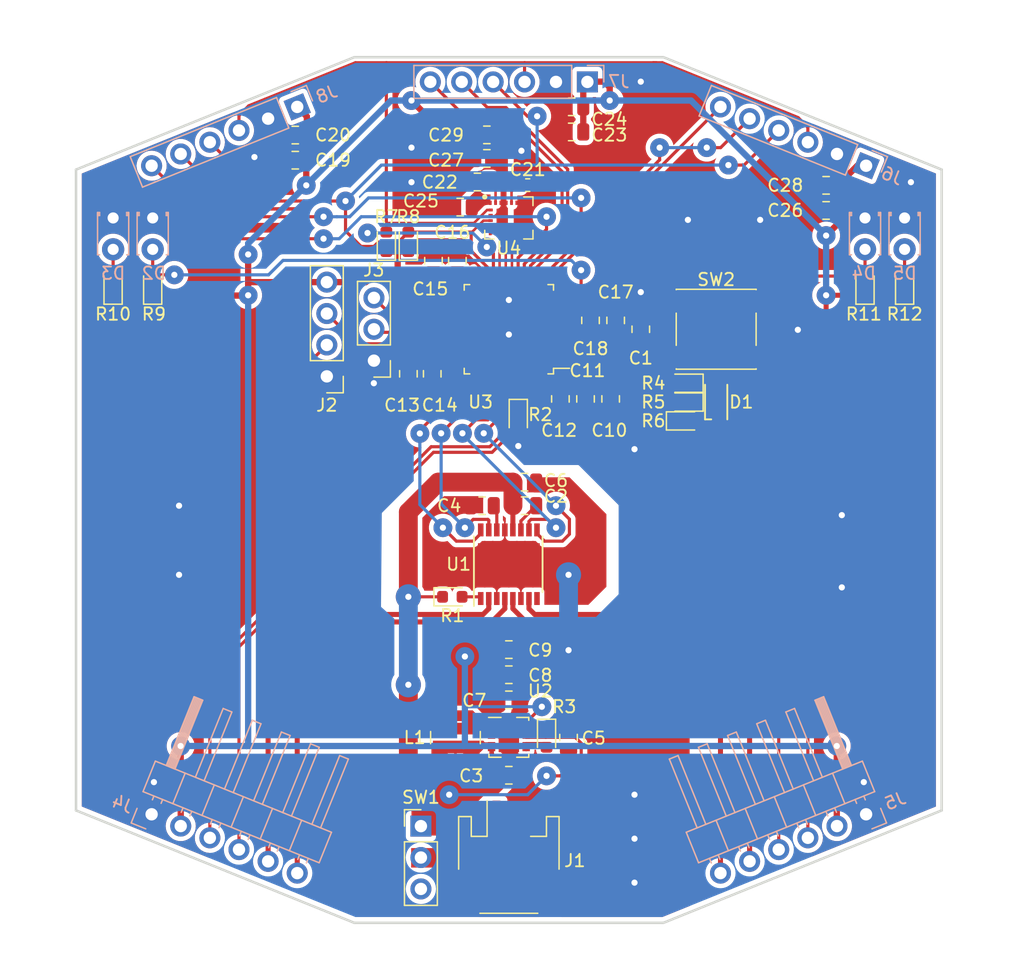
<source format=kicad_pcb>
(kicad_pcb (version 20221018) (generator pcbnew)
  (layers (0 "F.Cu" signal) (31 "B.Cu" signal) (34 "B.Paste" user) (35 "F.Paste" user) (36 "B.SilkS" user "B.Silkscreen") (37 "F.SilkS" user "F.Silkscreen") (38 "B.Mask" user) (39 "F.Mask" user) (44 "Edge.Cuts" user))
  (net 0 "")
  (net 1 "GND")
  (net 2 "/RST")
  (net 3 "Net-(C2-Pad2)")
  (net 4 "+3V8")
  (net 5 "Net-(C4-Pad1)")
  (net 6 "Net-(C5-Pad1)")
  (net 7 "+3V3")
  (net 8 "Net-(C10-Pad1)")
  (net 9 "Net-(C21-Pad1)")
  (net 10 "Net-(C22-Pad1)")
  (net 11 "Net-(D1-Pad3)")
  (net 12 "Net-(D1-Pad4)")
  (net 13 "/left_ir")
  (net 14 "Net-(D3-Pad2)")
  (net 15 "/right_ir")
  (net 16 "Net-(D5-Pad2)")
  (net 17 "Net-(J1-Pad1)")
  (net 18 "/SWDIO")
  (net 19 "/SWCLK")
  (net 20 "/TX")
  (net 21 "/RX")
  (net 22 "/left_mot_out1")
  (net 23 "/left_mot_out2")
  (net 24 "/left_enc_a")
  (net 25 "/left_enc_b")
  (net 26 "/right_mot_out1")
  (net 27 "/right_mot_out2")
  (net 28 "/right_enc_a")
  (net 29 "/right_enc_b")
  (net 30 "/left_rst")
  (net 31 "/left_irq")
  (net 32 "/SDA")
  (net 33 "/SCL")
  (net 34 "/center_rst")
  (net 35 "/center_irq")
  (net 36 "/right_rst")
  (net 37 "/right_irq")
  (net 38 "Net-(L1-Pad2)")
  (net 39 "Net-(L1-Pad1)")
  (net 40 "Net-(R1-Pad2)")
  (net 41 "/BOOT0")
  (net 42 "/LED_B")
  (net 43 "/LED_G")
  (net 44 "/LED_R")
  (net 45 "Net-(SW1-Pad3)")
  (net 46 "/left_mot_in1")
  (net 47 "/left_mot_in2")
  (net 48 "/right_mot_in2")
  (net 49 "/right_mot_in1")
  (net 50 "Net-(U1-Pad8)")
  (net 51 "Net-(U3-Pad33)")
  (net 52 "Net-(U3-Pad32)")
  (net 53 "Net-(U3-Pad29)")
  (net 54 "Net-(U3-Pad28)")
  (net 55 "Net-(U3-Pad27)")
  (net 56 "Net-(U3-Pad26)")
  (net 57 "/LSM_INT_M")
  (net 58 "/LSM_INT1")
  (net 59 "/LSM_INT2")
  (net 60 "Net-(U3-Pad6)")
  (net 61 "Net-(U3-Pad5)")
  (net 62 "Net-(U4-Pad13)")
  (net 63 "Net-(D1-Pad1)")
  (net 64 "Net-(U3-Pad25)")
  (net 65 "Net-(U4-Pad9)")
  (footprint "Capacitor_SMD:C_0805_2012Metric" (layer "F.Cu") (at 153.67 98.806)
    (fp_text reference "C2")
    (fp_text value "0.01u")
  )
  (footprint "Capacitor_SMD:C_0805_2012Metric" (layer "F.Cu") (at 150.241 98.806 180)
    (fp_text reference "C4")
    (fp_text value "2.2u")
  )
  (footprint "Capacitor_SMD:C_0805_2012Metric" (layer "F.Cu") (at 153.67 96.901)
    (fp_text reference "C6")
    (fp_text value "10u")
  )
  (footprint "Capacitor_SMD:C_0805_2012Metric" (layer "F.Cu") (at 160.632 90.17 -90)
    (fp_text reference "C10")
    (fp_text value "100n")
  )
  (footprint "Capacitor_SMD:C_0805_2012Metric" (layer "F.Cu") (at 158.6 90.17 -90)
    (fp_text reference "C11")
    (fp_text value "10u")
  )
  (footprint "Capacitor_SMD:C_0805_2012Metric" (layer "F.Cu") (at 156.568 90.17 -90)
    (fp_text reference "C12")
    (fp_text value "100n")
  )
  (footprint "Capacitor_SMD:C_0805_2012Metric" (layer "F.Cu") (at 144.276 88.138 90)
    (fp_text reference "C13")
    (fp_text value "10u")
  )
  (footprint "Capacitor_SMD:C_0805_2012Metric" (layer "F.Cu") (at 146.204 88.138 90)
    (fp_text reference "C14")
    (fp_text value "100n")
  )
  (footprint "Capacitor_SMD:C_0805_2012Metric" (layer "F.Cu") (at 146.304 78.994 90)
    (fp_text reference "C15")
    (fp_text value "10u")
  )
  (footprint "Capacitor_SMD:C_0805_2012Metric" (layer "F.Cu") (at 148.236 78.994 90)
    (fp_text reference "C16")
    (fp_text value "100n")
  )
  (footprint "Capacitor_SMD:C_0805_2012Metric" (layer "F.Cu") (at 161.036 83.82 -90)
    (fp_text reference "C17")
    (fp_text value "10u")
  )
  (footprint "Capacitor_SMD:C_0805_2012Metric" (layer "F.Cu") (at 159.004 83.82 -90)
    (fp_text reference "C18")
    (fp_text value "100n")
  )
  (footprint "Capacitor_SMD:C_0805_2012Metric" (layer "F.Cu") (at 135.128 70.866 180)
    (fp_text reference "C19")
    (fp_text value "10u")
  )
  (footprint "Capacitor_SMD:C_0603_1608Metric" (layer "F.Cu") (at 153.924 72.882)
    (fp_text reference "C21")
    (fp_text value "10n")
  )
  (footprint "Capacitor_SMD:C_0805_2012Metric" (layer "F.Cu") (at 149.86 72.628 180)
    (fp_text reference "C22")
    (fp_text value "100n")
  )
  (footprint "Capacitor_SMD:C_0805_2012Metric" (layer "F.Cu") (at 157.48 68.58 180)
    (fp_text reference "C23")
    (fp_text value "10u")
  )
  (footprint "Capacitor_SMD:C_0805_2012Metric" (layer "F.Cu") (at 157.48 66.548 180)
    (fp_text reference "C24")
    (fp_text value "100n")
  )
  (footprint "Capacitor_SMD:C_0805_2012Metric" (layer "F.Cu") (at 148.463 74.66 180)
    (fp_text reference "C25")
    (fp_text value "100n")
  )
  (footprint "Capacitor_SMD:C_0805_2012Metric" (layer "F.Cu") (at 178.054 74.93 180)
    (fp_text reference "C26")
    (fp_text value "10u")
  )
  (footprint "Capacitor_SMD:C_0805_2012Metric" (layer "F.Cu") (at 150.622 70.723 180)
    (fp_text reference "C27")
    (fp_text value "100n")
  )
  (footprint "Capacitor_SMD:C_0805_2012Metric" (layer "F.Cu") (at 178.054 72.898 180)
    (fp_text reference "C28")
    (fp_text value "100n")
  )
  (footprint "Capacitor_SMD:C_0805_2012Metric" (layer "F.Cu") (at 150.622 68.818 180)
    (fp_text reference "C29")
    (fp_text value "10u")
  )
  (footprint "Connector_PinHeader_2.54mm:PinHeader_1x04_P2.54mm_Vertical" (layer "F.Cu") (at 137.68 88.346 180)
    (fp_text reference "J2")
    (fp_text value "SWD")
  )
  (footprint "Connector_PinHeader_2.54mm:PinHeader_1x03_P2.54mm_Vertical" (layer "F.Cu") (at 141.49 87.076 180)
    (fp_text reference "J3")
    (fp_text value "USART")
  )
  (footprint "LED_SMD:LED_0603_1608Metric" (layer "F.Cu") (at 147.828 106.172)
    (fp_text reference "R1")
    (fp_text value "10k")
  )
  (footprint "LED_SMD:LED_0603_1608Metric" (layer "F.Cu") (at 166.624 88.9 180)
    (fp_text reference "R4")
    (fp_text value "1k")
  )
  (footprint "LED_SMD:LED_0603_1608Metric" (layer "F.Cu") (at 166.624 90.424 180)
    (fp_text reference "R5")
    (fp_text value "1k")
  )
  (footprint "LED_SMD:LED_0603_1608Metric" (layer "F.Cu") (at 166.624 91.948)
    (fp_text reference "R6")
    (fp_text value "1k")
  )
  (footprint "LED_SMD:LED_0603_1608Metric" (layer "F.Cu") (at 142.494 77.47 90)
    (fp_text reference "R7")
    (fp_text value "10k")
  )
  (footprint "LED_SMD:LED_0603_1608Metric" (layer "F.Cu") (at 144.272 77.47 90)
    (fp_text reference "R8")
    (fp_text value "10k")
  )
  (footprint "LED_SMD:LED_0603_1608Metric" (layer "F.Cu") (at 123.6 81.026 90)
    (fp_text reference "R9")
    (fp_text value "1M")
  )
  (footprint "LED_SMD:LED_0603_1608Metric" (layer "F.Cu") (at 120.396 81.026 90)
    (fp_text reference "R10")
    (fp_text value "150")
  )
  (footprint "LED_SMD:LED_0603_1608Metric" (layer "F.Cu") (at 181.2 81.026 90)
    (fp_text reference "R11")
    (fp_text value "1M")
  )
  (footprint "LED_SMD:LED_0603_1608Metric" (layer "F.Cu") (at 184.404 81.026 90)
    (fp_text reference "R12")
    (fp_text value "150")
  )
  (footprint "Connector_PinHeader_2.54mm:PinHeader_1x03_P2.54mm_Vertical" (layer "F.Cu") (at 145.288 124.714)
    (fp_text reference "SW1")
    (fp_text value "PWR_SW")
  )
  (footprint "Button_Switch_SMD:SW_Push_1P1T_NO_6x6mm_H9.5mm" (layer "F.Cu") (at 169.164 84.536 180)
    (fp_text reference "SW2")
    (fp_text value "RST_SW")
  )
  (footprint "Package_SO:HTSSOP-16-1EP_4.4x5mm_P0.65mm_EP3.4x5mm_Mask2.46x2.31mm_ThermalVias" (layer "F.Cu") (at 152.4 103.536 90)
    (fp_text reference "U1")
    (fp_text value "DRV8833PWP")
  )
  (footprint "Package_QFP:LQFP-48_7x7mm_P0.5mm" (layer "F.Cu") (at 152.4 84.536 180)
    (fp_text reference "U3")
    (fp_text value "STM32F103CBTx")
  )
  (footprint "Package_LGA:LGA-24L_3x3.5mm_P0.43mm" (layer "F.Cu") (at 152.4 75.536)
    (fp_text reference "U4")
    (fp_text value "LSM9DS1")
  )
  (footprint "Connector_JST:JST_PH_S2B-PH-SM4-TB_1x02-1MP_P2.00mm_Horizontal" (layer "F.Cu") (at 152.4 127.254)
    (fp_text reference "J1")
    (fp_text value "Batt_In")
  )
  (footprint "layout:LED_RGB_0606" (layer "F.Cu") (at 169.164 90.424 90)
    (fp_text reference "D1")
    (fp_text value "LED_RABG")
  )
  (footprint "Capacitor_SMD:C_0805_2012Metric" (layer "F.Cu") (at 152.4 110.442)
    (fp_text reference "C9")
    (fp_text value "100n")
  )
  (footprint "Capacitor_SMD:C_0805_2012Metric" (layer "F.Cu") (at 152.4 112.474)
    (fp_text reference "C8")
    (fp_text value "10u")
  )
  (footprint "Capacitor_SMD:C_0805_2012Metric" (layer "F.Cu") (at 152.4 114.506)
    (fp_text reference "C7")
    (fp_text value "10u")
  )
  (footprint "Capacitor_SMD:C_0805_2012Metric" (layer "F.Cu") (at 157.226 117.554 90)
    (fp_text reference "C5")
    (fp_text value "100n")
  )
  (footprint "Capacitor_SMD:C_0805_2012Metric" (layer "F.Cu") (at 152.4 120.602)
    (fp_text reference "C3")
    (fp_text value "10u")
  )
  (footprint "Package_SON:Texas_DRC0010J_ThermalVias" (layer "F.Cu") (at 152.4 117.536)
    (fp_text reference "U2")
    (fp_text value "TPS63001")
  )
  (footprint "LED_SMD:LED_0603_1608Metric" (layer "F.Cu") (at 155.448 117.554 -90)
    (fp_text reference "R3")
    (fp_text value "150")
  )
  (footprint "Inductor_SMD:L_Coilcraft_LPS4018" (layer "F.Cu") (at 148.082 117.554 90)
    (fp_text reference "L1")
    (fp_text value "2.2u")
  )
  (footprint "Capacitor_SMD:C_0805_2012Metric" (layer "F.Cu") (at 163.068 84.536 90)
    (fp_text reference "C1")
    (fp_text value "100n")
  )
  (footprint "Capacitor_SMD:C_0805_2012Metric" (layer "F.Cu") (at 135.128 68.834 180)
    (fp_text reference "C20")
    (fp_text value "100n")
  )
  (footprint "LED_SMD:LED_0603_1608Metric" (layer "F.Cu") (at 153.162 91.694 -90)
    (fp_text reference "R2")
    (fp_text value "100k")
  )
  (footprint "LED_THT:LED_D1.8mm_W3.3mm_H2.4mm" (layer "B.Cu") (at 123.6 75.536 -90)
    (fp_text reference "D2")
    (fp_text value "D_Photo")
  )
  (footprint "LED_THT:LED_D1.8mm_W3.3mm_H2.4mm" (layer "B.Cu") (at 120.4 75.536 -90)
    (fp_text reference "D3")
    (fp_text value "LED_IR")
  )
  (footprint "Connector_PinHeader_2.54mm:PinHeader_1x06_P2.54mm_Horizontal" (layer "B.Cu") (at 123.512 123.758 -112)
    (fp_text reference "J4")
    (fp_text value "left_mot")
  )
  (footprint "Connector_PinHeader_2.54mm:PinHeader_1x06_P2.54mm_Horizontal" (layer "B.Cu") (at 181.288 123.758 112)
    (fp_text reference "J5")
    (fp_text value "right_mot")
  )
  (footprint "Connector_PinSocket_2.54mm:PinSocket_1x06_P2.54mm_Vertical" (layer "B.Cu") (at 181.288 71.314 68)
    (fp_text reference "J6")
    (fp_text value "right_VL53")
  )
  (footprint "Connector_PinSocket_2.54mm:PinSocket_1x06_P2.54mm_Vertical" (layer "B.Cu") (at 158.75 64.536 90)
    (fp_text reference "J7")
    (fp_text value "center_VL53")
  )
  (footprint "Connector_PinSocket_2.54mm:PinSocket_1x06_P2.54mm_Vertical" (layer "B.Cu") (at 135.287 66.557 112)
    (fp_text reference "J8")
    (fp_text value "left_VL53")
  )
  (footprint "LED_THT:LED_D1.8mm_W3.3mm_H2.4mm" (layer "B.Cu") (at 184.4 75.536 -90)
    (fp_text reference "D5")
    (fp_text value "LED_IR")
  )
  (footprint "LED_THT:LED_D1.8mm_W3.3mm_H2.4mm" (layer "B.Cu") (at 181.2 75.536 -90)
    (fp_text reference "D4")
    (fp_text value "D_Photo")
  )
  (gr_line (start 187.4 71.627) (end 187.4 123.445) (stroke (width 0.2032)) (layer "Edge.Cuts"))
  (gr_line (start 164.9 62.536) (end 187.4 71.627) (stroke (width 0.2032)) (layer "Edge.Cuts"))
  (gr_line (start 117.4 71.627) (end 139.9 62.536) (stroke (width 0.2032)) (layer "Edge.Cuts"))
  (gr_line (start 139.9 62.536) (end 164.9 62.536) (stroke (width 0.2032)) (layer "Edge.Cuts"))
  (gr_line (start 187.4 123.445) (end 164.9 132.536) (stroke (width 0.2032)) (layer "Edge.Cuts"))
  (gr_line (start 164.9 132.536) (end 139.9 132.536) (stroke (width 0.2032)) (layer "Edge.Cuts"))
  (gr_line (start 139.9 132.536) (end 117.4 123.445) (stroke (width 0.2032)) (layer "Edge.Cuts"))
  (gr_line (start 117.4 123.445) (end 117.4 71.627) (stroke (width 0.2032)) (layer "Edge.Cuts"))
  (segment (start 150.15 80.3735) (end 150.15 79.60605) (width 0.2032) (layer "F.Cu") (net 1))
  (segment (start 154.7115 72.882) (end 154.7115 71.3995) (width 0.2032) (layer "F.Cu") (net 1))
  (segment (start 150.15 80.3735) (end 150.15 81.211) (width 0.254) (layer "F.Cu") (net 1))
  (segment (start 155.8845 90.424) (end 156.568 91.1075) (width 0.2032) (layer "F.Cu") (net 1))
  (segment (start 155.538 90.424) (end 155.8845 90.424) (width 0.2032) (layer "F.Cu") (net 1))
  (segment (start 153.3375 110.442) (end 157.178 110.442) (width 1.524) (layer "F.Cu") (net 1))
  (segment (start 154.7115 71.3995) (end 153.416 70.104) (width 0.2032) (layer "F.Cu") (net 1))
  (segment (start 151.32237 82.169) (end 152.4 82.169) (width 0.254) (layer "F.Cu") (net 1))
  (segment (start 148.792237 78.612737) (end 148.236 78.0565) (width 0.2032) (layer "F.Cu") (net 1))
  (segment (start 150.15 81.211) (end 151.108 82.169) (width 0.254) (layer "F.Cu") (net 1))
  (segment (start 150.15 79.60605) (end 149.156687 78.612737) (width 0.2032) (layer "F.Cu") (net 1))
  (segment (start 153.162 92.4815) (end 153.162 93.98) (width 0.254) (layer "F.Cu") (net 1))
  (segment (start 156.5625 83.786) (end 153.577 83.786) (width 0.254) (layer "F.Cu") (net 1))
  (segment (start 149.156687 78.612737) (end 148.792237 78.612737) (width 0.2032) (layer "F.Cu") (net 1))
  (segment (start 153.577 83.786) (end 152.4 84.963) (width 0.254) (layer "F.Cu") (net 1))
  (segment (start 146.6185 86.786) (end 146.204 87.2005) (width 0.254) (layer "F.Cu") (net 1))
  (segment (start 151.108 82.169) (end 151.32237 82.169) (width 0.254) (layer "F.Cu") (net 1))
  (segment (start 154.65 88.6985) (end 154.65 89.536) (width 0.2032) (layer "F.Cu") (net 1))
  (segment (start 152.9 117.036) (end 152.4 117.536) (width 0.2032) (layer "F.Cu") (net 1))
  (segment (start 148.2375 86.786) (end 146.6185 86.786) (width 0.254) (layer "F.Cu") (net 1))
  (segment (start 154.65 89.536) (end 155.538 90.424) (width 0.2032) (layer "F.Cu") (net 1))
  (segment (start 157.178 110.442) (end 157.226 110.49) (width 1.524) (layer "F.Cu") (net 1))
  (via (at 153.162 93.98) (size 1.524) (drill 0.5) (layers "F.Cu" "B.Cu") (net 1))
  (via (at 162.56 125.73) (size 1.524) (drill 0.5) (layers "F.Cu" "B.Cu") (net 1))
  (via (at 179.324 99.568) (size 1.524) (drill 0.5) (layers "F.Cu" "B.Cu") (net 1))
  (via (at 166.878 75.692) (size 1.524) (drill 0.5) (layers "F.Cu" "B.Cu") (net 1))
  (via (at 144.526 72.644) (size 1.524) (drill 0.5) (layers "F.Cu" "B.Cu") (net 1))
  (via (at 125.73 104.394) (size 1.524) (drill 0.5) (layers "F.Cu" "B.Cu") (net 1))
  (via (at 125.73 98.806) (size 1.524) (drill 0.5) (layers "F.Cu" "B.Cu") (net 1))
  (via (at 163.068 81.534) (size 1.524) (drill 0.5) (layers "F.Cu" "B.Cu") (net 1))
  (via (at 162.56 129.286) (size 1.524) (drill 0.5) (layers "F.Cu" "B.Cu") (net 1))
  (via (at 184.912 72.644) (size 1.524) (drill 0.5) (layers "F.Cu" "B.Cu") (net 1))
  (via (at 152.4 84.963) (size 1.524) (drill 0.5) (layers "F.Cu" "B.Cu") (net 1))
  (via (at 153.416 70.104) (size 1.524) (drill 0.5) (layers "F.Cu" "B.Cu") (net 1))
  (via (at 179.324 105.41) (size 1.524) (drill 0.5) (layers "F.Cu" "B.Cu") (net 1))
  (via (at 163.068 64.516) (size 1.524) (drill 0.5) (layers "F.Cu" "B.Cu") (net 1))
  (via (at 175.768 84.582) (size 1.524) (drill 0.5) (layers "F.Cu" "B.Cu") (net 1))
  (via (at 123.698 121.158) (size 1.524) (drill 0.5) (layers "F.Cu" "B.Cu") (net 1))
  (via (at 157.226 104.394) (size 2.032) (drill 0.5) (layers "F.Cu" "B.Cu") (net 1))
  (via (at 181.102 121.158) (size 1.524) (drill 0.5) (layers "F.Cu" "B.Cu") (net 1))
  (via (at 162.56 94.234) (size 1.524) (drill 0.5) (layers "F.Cu" "B.Cu") (net 1))
  (via (at 144.526 69.85) (size 1.524) (drill 0.5) (layers "F.Cu" "B.Cu") (net 1))
  (via (at 162.56 122.174) (size 1.524) (drill 0.5) (layers "F.Cu" "B.Cu") (net 1))
  (via (at 131.826 70.612) (size 1.524) (drill 0.5) (layers "F.Cu" "B.Cu") (net 1))
  (via (at 141.482 88.9) (size 1.524) (drill 0.5) (layers "F.Cu" "B.Cu") (net 1))
  (via (at 172.72 75.692) (size 1.524) (drill 0.5) (layers "F.Cu" "B.Cu") (net 1))
  (via (at 152.4 82.169) (size 1.524) (drill 0.5) (layers "F.Cu" "B.Cu") (net 1))
  (via (at 157.226 110.49) (size 2.032) (drill 0.5) (layers "F.Cu" "B.Cu") (net 1))
  (segment (start 157.226 110.49) (end 157.226 104.394) (width 1.524) (layer "B.Cu") (net 1))
  (segment (start 157.97887 84.86487) (end 157.97887 85.236888) (width 0.254) (layer "F.Cu") (net 2))
  (segment (start 157.4 84.286) (end 157.97887 84.86487) (width 0.254) (layer "F.Cu") (net 2))
  (segment (start 165.064 86.786) (end 165.189 86.786) (width 0.254) (layer "F.Cu") (net 2))
  (segment (start 158.623982 85.882) (end 163.7584 85.882) (width 0.254) (layer "F.Cu") (net 2))
  (segment (start 156.5625 84.286) (end 157.4 84.286) (width 0.254) (layer "F.Cu") (net 2))
  (segment (start 164.16 85.882) (end 165.064 86.786) (width 0.254) (layer "F.Cu") (net 2))
  (segment (start 163.068 85.4735) (end 163.3499 85.4735) (width 0.254) (layer "F.Cu") (net 2))
  (segment (start 165.189 86.786) (end 173.139 86.786) (width 0.254) (layer "F.Cu") (net 2))
  (segment (start 163.3499 85.4735) (end 163.7584 85.882) (width 0.254) (layer "F.Cu") (net 2))
  (segment (start 163.7584 85.882) (end 164.16 85.882) (width 0.254) (layer "F.Cu") (net 2))
  (segment (start 157.97887 85.236888) (end 158.623982 85.882) (width 0.254) (layer "F.Cu") (net 2))
  (segment (start 153.375 100.0385) (end 154.6075 98.806) (width 0.254) (layer "F.Cu") (net 3))
  (segment (start 153.375 100.761) (end 153.375 100.0385) (width 0.254) (layer "F.Cu") (net 3))
  (segment (start 158.25113 118.970888) (end 156.572018 120.65) (width 0.254) (layer "F.Cu") (net 4))
  (segment (start 152.725 100.761) (end 152.725 98.8135) (width 0.4064) (layer "F.Cu") (net 4))
  (segment (start 155.448 116.7665) (end 155.448 117.47) (width 0.254) (layer "F.Cu") (net 4))
  (segment (start 157.775018 117.536) (end 158.25113 118.012112) (width 0.254) (layer "F.Cu") (net 4))
  (segment (start 153.8 117.536) (end 155.382 117.536) (width 0.254) (layer "F.Cu") (net 4))
  (segment (start 146.685 96.901) (end 152.7325 96.901) (width 1.524) (layer "F.Cu") (net 4))
  (segment (start 152.7325 96.901) (end 152.7325 98.806) (width 1.524) (layer "F.Cu") (net 4))
  (segment (start 152.725 98.8135) (end 152.7325 98.806) (width 0.4064) (layer "F.Cu") (net 4))
  (segment (start 158.25113 118.012112) (end 158.25113 118.970888) (width 0.254) (layer "F.Cu") (net 4))
  (segment (start 144.272 106.172) (end 144.272 99.314) (width 1.524) (layer "F.Cu") (net 4))
  (segment (start 147.574 122.174) (end 146.812001 121.412001) (width 1.524) (layer "F.Cu") (net 4))
  (segment (start 145.948401 121.412001) (end 144.272 119.7356) (width 1.524) (layer "F.Cu") (net 4))
  (segment (start 144.272 119.7356) (end 144.272 113.284) (width 1.524) (layer "F.Cu") (net 4))
  (segment (start 156.572018 120.65) (end 156.52563 120.65) (width 0.254) (layer "F.Cu") (net 4))
  (segment (start 156.52563 120.65) (end 155.448 120.65) (width 0.254) (layer "F.Cu") (net 4))
  (segment (start 146.812001 121.412001) (end 145.948401 121.412001) (width 1.524) (layer "F.Cu") (net 4))
  (segment (start 155.382 117.536) (end 157.775018 117.536) (width 0.254) (layer "F.Cu") (net 4))
  (segment (start 144.272 99.314) (end 146.685 96.901) (width 1.524) (layer "F.Cu") (net 4))
  (segment (start 144.272 106.172) (end 147.0405 106.172) (width 0.254) (layer "F.Cu") (net 4))
  (segment (start 155.448 117.47) (end 155.382 117.536) (width 0.254) (layer "F.Cu") (net 4))
  (segment (start 144.272 106.172) (end 143.764 106.172) (width 0.2032) (layer "F.Cu") (net 4))
  (via (at 144.272 106.172) (size 2.032) (drill 0.5) (layers "F.Cu" "B.Cu") (net 4))
  (via (at 155.448 120.65) (size 1.524) (drill 0.5) (layers "F.Cu" "B.Cu") (net 4))
  (via (at 147.574 122.174) (size 1.524) (drill 0.5) (layers "F.Cu" "B.Cu") (net 4))
  (via (at 144.272 113.284) (size 2.032) (drill 0.5) (layers "F.Cu" "B.Cu") (net 4))
  (segment (start 153.924 122.174) (end 155.448 120.65) (width 0.254) (layer "B.Cu") (net 4))
  (segment (start 147.574 122.174) (end 153.924 122.174) (width 0.254) (layer "B.Cu") (net 4))
  (segment (start 144.272 113.284) (end 144.272 106.172) (width 1.524) (layer "B.Cu") (net 4))
  (segment (start 151.425 100.761) (end 151.425 99.0525) (width 0.254) (layer "F.Cu") (net 5))
  (segment (start 151.425 99.0525) (end 151.1785 98.806) (width 0.254) (layer "F.Cu") (net 5))
  (segment (start 155.1425 118.036) (end 155.448 118.3415) (width 0.254) (layer "F.Cu") (net 6))
  (segment (start 153.8 118.036) (end 155.1425 118.036) (width 0.254) (layer "F.Cu") (net 6))
  (segment (start 157.076 118.3415) (end 157.226 118.4915) (width 0.254) (layer "F.Cu") (net 6))
  (segment (start 155.448 118.3415) (end 157.076 118.3415) (width 0.254) (layer "F.Cu") (net 6))
  (segment (start 153.8 118.036) (end 153.8 118.536) (width 0.254) (layer "F.Cu") (net 6))
  (segment (start 178.054 76.962) (end 178.054 76.962) (width 0.4064) (layer "F.Cu") (net 7))
  (segment (start 178.054 81.788) (end 181.1745 81.788) (width 0.4064) (layer "F.Cu") (net 7))
  (segment (start 125.857 118.237) (end 125.857 118.237) (width 0.508) (layer "F.Cu") (net 7))
  (segment (start 148.844 110.998) (end 148.844 110.998) (width 0.4064) (layer "F.Cu") (net 7))
  (segment (start 178.9176 118.237) (end 178.9176 124.694148) (width 0.508) (layer "F.Cu") (net 7))
  (segment (start 149.65 80.3735) (end 149.65 83.3052) (width 0.254) (layer "F.Cu") (net 7))
  (segment (start 153.8 116.329) (end 155.067 115.062) (width 0.254) (layer "F.Cu") (net 7))
  (segment (start 178.9915 74.93) (end 178.9915 76.0245) (width 0.508) (layer "F.Cu") (net 7))
  (segment (start 178.054 81.788) (end 178.054 81.788) (width 0.4064) (layer "F.Cu") (net 7))
  (segment (start 147.3985 89.0755) (end 146.204 89.0755) (width 0.254) (layer "F.Cu") (net 7))
  (segment (start 158.4175 66.548) (end 158.4175 64.8685) (width 0.508) (layer "F.Cu") (net 7))
  (segment (start 125.857 124.699454) (end 125.867047 124.709501) (width 0.4064) (layer "F.Cu") (net 7))
  (segment (start 158.4175 64.8685) (end 158.75 64.536) (width 0.508) (layer "F.Cu") (net 7))
  (segment (start 131.364 80.726) (end 131.318 80.772) (width 0.508) (layer "F.Cu") (net 7))
  (segment (start 156.5625 83.286) (end 158.6005 83.286) (width 0.254) (layer "F.Cu") (net 7))
  (segment (start 158.4175 68.58) (end 158.4175 66.548) (width 0.508) (layer "F.Cu") (net 7))
  (segment (start 131.318 80.772) (end 131.318 81.788) (width 0.508) (layer "F.Cu") (net 7))
  (segment (start 151.20737 67.66587) (end 146.15187 67.66587) (width 0.508) (layer "F.Cu") (net 7))
  (segment (start 153.8 116.536) (end 153.8 116.329) (width 0.254) (layer "F.Cu") (net 7))
  (segment (start 143.4085 78.2575) (end 143.4085 79.8575) (width 0.508) (layer "F.Cu") (net 7))
  (segment (start 155.15 87.861) (end 154 86.711) (width 0.254) (layer "F.Cu") (net 7))
  (segment (start 143.4085 79.8575) (end 143.3345 79.9315) (width 0.508) (layer "F.Cu") (net 7))
  (segment (start 120.396 81.8135) (end 123.6 81.8135) (width 0.4064) (layer "F.Cu") (net 7))
  (segment (start 146.15187 67.66587) (end 146.05 67.564) (width 0.508) (layer "F.Cu") (net 7))
  (segment (start 148.678 80.3735) (end 148.236 79.9315) (width 0.254) (layer "F.Cu") (net 7))
  (segment (start 154.9508 115.062) (end 155.067 115.062) (width 0.2032) (layer "F.Cu") (net 7))
  (segment (start 181.288 71.314) (end 180.5755 71.314) (width 0.508) (layer "F.Cu") (net 7))
  (segment (start 151.5595 68.018) (end 151.20737 67.66587) (width 0.508) (layer "F.Cu") (net 7))
  (segment (start 149.075 87.286) (end 148.2375 87.286) (width 0.254) (layer "F.Cu") (net 7))
  (segment (start 159.004 82.8825) (end 161.036 82.8825) (width 0.254) (layer "F.Cu") (net 7))
  (segment (start 178.9176 124.694148) (end 178.932953 124.709501) (width 0.508) (layer "F.Cu") (net 7))
  (segment (start 136.0655 68.834) (end 136.0655 67.3355) (width 0.508) (layer "F.Cu") (net 7))
  (segment (start 158.77 64.516) (end 158.75 64.536) (width 0.508) (layer "F.Cu") (net 7))
  (segment (start 145.504 79.9315) (end 146.304 79.9315) (width 0.508) (layer "F.Cu") (net 7))
  (segment (start 136.0655 67.3355) (end 135.287 66.557) (width 0.508) (layer "F.Cu") (net 7))
  (segment (start 160.107031 64.516) (end 158.77 64.516) (width 0.508) (layer "F.Cu") (net 7))
  (segment (start 180.5755 71.314) (end 178.9915 72.898) (width 0.508) (layer "F.Cu") (net 7))
  (segment (start 178.054 87.376) (end 178.054 81.788) (width 0.4064) (layer "F.Cu") (net 7))
  (segment (start 149.4 110.442) (end 148.844 110.998) (width 0.4064) (layer "F.Cu") (net 7))
  (segment (start 158.6005 83.286) (end 159.004 82.8825) (width 0.254) (layer "F.Cu") (net 7))
  (segment (start 178.9176 118.237) (end 178.9176 118.237) (width 0.508) (layer "F.Cu") (net 7))
  (segment (start 125.867047 118.247047) (end 125.857 118.237) (width 0.508) (layer "F.Cu") (net 7))
  (segment (start 156.568 89.2325) (end 155.684 89.2325) (width 0.254) (layer "F.Cu") (net 7))
  (segment (start 123.6 81.8135) (end 131.2925 81.8135) (width 0.508) (layer "F.Cu") (net 7))
  (segment (start 141.62736 79.9315) (end 143.3345 79.9315) (width 0.508) (layer "F.Cu") (net 7))
  (segment (start 148.2375 88.2365) (end 147.3985 89.0755) (width 0.254) (layer "F.Cu") (net 7))
  (segment (start 146.05 67.564) (end 144.526 66.04) (width 0.508) (layer "F.Cu") (net 7))
  (segment (start 149.65 86.711) (end 149.075 87.286) (width 0.254) (layer "F.Cu") (net 7))
  (segment (start 131.2925 81.8135) (end 131.318 81.788) (width 0.508) (layer "F.Cu") (net 7))
  (segment (start 178.9915 76.0245) (end 178.054 76.962) (width 0.508) (layer "F.Cu") (net 7))
  (segment (start 160.553401 64.96237) (end 160.107031 64.516) (width 0.508) (layer "F.Cu") (net 7))
  (segment (start 137.68 80.726) (end 140.83286 80.726) (width 0.508) (layer "F.Cu") (net 7))
  (segment (start 181.1745 81.788) (end 181.2 81.8135) (width 0.4064) (layer "F.Cu") (net 7))
  (segment (start 136.0655 68.834) (end 136.0655 70.866) (width 0.508) (layer "F.Cu") (net 7))
  (segment (start 149.65 83.3052) (end 149.65 86.711) (width 0.254) (layer "F.Cu") (net 7))
  (segment (start 151.4625 110.442) (end 149.4 110.442) (width 0.4064) (layer "F.Cu") (net 7))
  (segment (start 125.867047 124.709501) (end 125.867047 118.247047) (width 0.508) (layer "F.Cu") (net 7))
  (segment (start 178.9915 72.898) (end 178.9915 74.93) (width 0.508) (layer "F.Cu") (net 7))
  (segment (start 158.6 89.2325) (end 156.568 89.2325) (width 0.254) (layer "F.Cu") (net 7))
  (segment (start 160.553401 66.04) (end 160.553401 64.96237) (width 0.508) (layer "F.Cu") (net 7))
  (segment (start 143.4085 78.2575) (end 144.272 78.2575) (width 0.508) (layer "F.Cu") (net 7))
  (segment (start 144.276 89.0755) (end 146.204 89.0755) (width 0.254) (layer "F.Cu") (net 7))
  (segment (start 148.2375 87.286) (end 148.2375 88.2365) (width 0.254) (layer "F.Cu") (net 7))
  (segment (start 131.318 78.486) (end 131.318 80.772) (width 0.508) (layer "F.Cu") (net 7))
  (segment (start 184.404 81.8135) (end 181.2 81.8135) (width 0.4064) (layer "F.Cu") (net 7))
  (segment (start 142.494 78.2575) (end 143.4085 78.2575) (width 0.508) (layer "F.Cu") (net 7))
  (segment (start 143.3345 79.9315) (end 145.504 79.9315) (width 0.508) (layer "F.Cu") (net 7))
  (segment (start 137.68 80.726) (end 131.364 80.726) (width 0.508) (layer "F.Cu") (net 7))
  (segment (start 136.017 70.9145) (end 136.0655 70.866) (width 0.508) (layer "F.Cu") (net 7))
  (segment (start 155.684 89.2325) (end 155.15 88.6985) (width 0.254) (layer "F.Cu") (net 7))
  (segment (start 155.15 88.6985) (end 155.15 87.861) (width 0.254) (layer "F.Cu") (net 7))
  (segment (start 140.83286 80.726) (end 141.62736 79.9315) (width 0.508) (layer "F.Cu") (net 7))
  (segment (start 169.614 91.224) (end 174.206 91.224) (width 0.4064) (layer "F.Cu") (net 7))
  (segment (start 154 86.711) (end 149.65 86.711) (width 0.254) (layer "F.Cu") (net 7))
  (segment (start 156.5625 83.286) (end 149.6692 83.286) (width 0.254) (layer "F.Cu") (net 7))
  (segment (start 174.206 91.224) (end 178.054 87.376) (width 0.4064) (layer "F.Cu") (net 7))
  (segment (start 149.6692 83.286) (end 149.65 83.3052) (width 0.254) (layer "F.Cu") (net 7))
  (segment (start 136.017 72.898) (end 136.017 70.9145) (width 0.508) (layer "F.Cu") (net 7))
  (segment (start 146.304 79.9315) (end 148.236 79.9315) (width 0.508) (layer "F.Cu") (net 7))
  (segment (start 149.65 80.3735) (end 148.678 80.3735) (width 0.254) (layer "F.Cu") (net 7))
  (segment (start 151.5595 68.818) (end 151.5595 68.018) (width 0.508) (layer "F.Cu") (net 7))
  (via (at 136.017 72.898) (size 1.524) (drill 0.5) (layers "F.Cu" "B.Cu") (net 7))
  (via (at 144.526 66.04) (size 1.524) (drill 0.5) (layers "F.Cu" "B.Cu") (net 7))
  (via (at 178.054 76.962) (size 1.524) (drill 0.5) (layers "F.Cu" "B.Cu") (net 7))
  (via (at 131.318 81.788) (size 1.524) (drill 0.5) (layers "F.Cu" "B.Cu") (net 7))
  (via (at 178.054 81.788) (size 1.524) (drill 0.5) (layers "F.Cu" "B.Cu") (net 7))
  (via (at 148.844 110.998) (size 1.524) (drill 0.5) (layers "F.Cu" "B.Cu") (net 7))
  (via (at 160.553401 66.04) (size 1.524) (drill 0.5) (layers "F.Cu" "B.Cu") (net 7))
  (via (at 178.9176 118.237) (size 1.524) (drill 0.5) (layers "F.Cu" "B.Cu") (net 7))
  (via (at 131.318 78.486) (size 1.524) (drill 0.5) (layers "F.Cu" "B.Cu") (net 7))
  (via (at 125.857 118.237) (size 1.524) (drill 0.5) (layers "F.Cu" "B.Cu") (net 7))
  (via (at 155.067 115.062) (size 1.524) (drill 0.5) (layers "F.Cu" "B.Cu") (net 7))
  (segment (start 160.553401 66.04) (end 167.132 66.04) (width 0.508) (layer "B.Cu") (net 7))
  (segment (start 148.844 118.11) (end 148.717 118.237) (width 0.508) (layer "B.Cu") (net 7))
  (segment (start 148.844 110.998) (end 148.844 118.11) (width 0.508) (layer "B.Cu") (net 7))
  (segment (start 134.747 118.237) (end 148.717 118.237) (width 0.508) (layer "B.Cu") (net 7))
  (segment (start 178.689 118.237) (end 178.9176 118.237) (width 0.4064) (layer "B.Cu") (net 7))
  (segment (start 131.191 118.237) (end 131.445 118.237) (width 0.508) (layer "B.Cu") (net 7))
  (segment (start 125.857 118.237) (end 131.191 118.237) (width 0.508) (layer "B.Cu") (net 7))
  (segment (start 155.067 115.062) (end 148.844 115.062) (width 0.254) (layer "B.Cu") (net 7))
  (segment (start 148.717 118.237) (end 178.9176 118.237) (width 0.508) (layer "B.Cu") (net 7))
  (segment (start 131.445 118.237) (end 134.747 118.237) (width 0.508) (layer "B.Cu") (net 7))
  (segment (start 136.017 72.898) (end 131.318 77.597) (width 0.508) (layer "B.Cu") (net 7))
  (segment (start 142.875 66.04) (end 136.017 72.898) (width 0.508) (layer "B.Cu") (net 7))
  (segment (start 167.233599 66.141599) (end 178.054 76.962) (width 0.508) (layer "B.Cu") (net 7))
  (segment (start 178.054 76.962) (end 178.054 81.788) (width 0.508) (layer "B.Cu") (net 7))
  (segment (start 131.318 118.11) (end 131.191 118.237) (width 0.508) (layer "B.Cu") (net 7))
  (segment (start 167.132 66.04) (end 167.233599 66.141599) (width 0.508) (layer "B.Cu") (net 7))
  (segment (start 160.553401 66.04) (end 145.287999 66.040001) (width 0.508) (layer "B.Cu") (net 7))
  (segment (start 131.318 77.597) (end 131.318 78.486) (width 0.508) (layer "B.Cu") (net 7))
  (segment (start 131.318 81.788) (end 131.318 118.11) (width 0.508) (layer "B.Cu") (net 7))
  (segment (start 144.526 66.04) (end 142.875 66.04) (width 0.508) (layer "B.Cu") (net 7))
  (segment (start 159.7915 88.392) (end 160.632 89.2325) (width 0.254) (layer "F.Cu") (net 8))
  (segment (start 156.5625 87.286) (end 156.5625 87.9825) (width 0.254) (layer "F.Cu") (net 8))
  (segment (start 156.5625 87.9825) (end 156.972 88.392) (width 0.254) (layer "F.Cu") (net 8))
  (segment (start 156.972 88.392) (end 159.7915 88.392) (width 0.254) (layer "F.Cu") (net 8))
  (segment (start 152.615 73.4035) (end 153.1365 72.882) (width 0.2032) (layer "F.Cu") (net 9))
  (segment (start 152.615 74.311) (end 152.615 73.4035) (width 0.2032) (layer "F.Cu") (net 9))
  (segment (start 151.325 73.1555) (end 150.7975 72.628) (width 0.2032) (layer "F.Cu") (net 10))
  (segment (start 151.325 74.311) (end 151.325 73.1555) (width 0.2032) (layer "F.Cu") (net 10))
  (segment (start 169.614 89.624) (end 169.614 89.288782) (width 0.254) (layer "F.Cu") (net 11))
  (segment (start 168.149121 88.898879) (end 168.148 88.9) (width 0.254) (layer "F.Cu") (net 11))
  (segment (start 168.148 88.9) (end 167.4115 88.9) (width 0.254) (layer "F.Cu") (net 11))
  (segment (start 169.614 89.288782) (end 169.224097 88.898879) (width 0.254) (layer "F.Cu") (net 11))
  (segment (start 169.224097 88.898879) (end 168.149121 88.898879) (width 0.254) (layer "F.Cu") (net 11))
  (segment (start 167.914 90.424) (end 168.714 89.624) (width 0.254) (layer "F.Cu") (net 12))
  (segment (start 167.4115 90.424) (end 167.914 90.424) (width 0.254) (layer "F.Cu") (net 12))
  (segment (start 125.349 80.137) (end 123.7015 80.137) (width 0.254) (layer "F.Cu") (net 13))
  (segment (start 123.6 78.076) (end 123.6 80.2385) (width 0.254) (layer "F.Cu") (net 13))
  (segment (start 158.242 81.444) (end 158.242 79.756) (width 0.254) (layer "F.Cu") (net 13))
  (segment (start 156.5625 82.286) (end 157.4 82.286) (width 0.254) (layer "F.Cu") (net 13))
  (segment (start 157.4 82.286) (end 158.242 81.444) (width 0.254) (layer "F.Cu") (net 13))
  (segment (start 123.7015 80.137) (end 123.6 80.2385) (width 0.254) (layer "F.Cu") (net 13))
  (via (at 125.349 80.137) (size 1.524) (drill 0.5) (layers "F.Cu" "B.Cu") (net 13))
  (via (at 158.242 79.756) (size 1.524) (drill 0.5) (layers "F.Cu" "B.Cu") (net 13))
  (segment (start 132.969 80.137) (end 125.349 80.137) (width 0.254) (layer "B.Cu") (net 13))
  (segment (start 157.455228 78.969228) (end 134.136772 78.969228) (width 0.254) (layer "B.Cu") (net 13))
  (segment (start 134.136772 78.969228) (end 132.969 80.137) (width 0.254) (layer "B.Cu") (net 13))
  (segment (start 158.242 79.756) (end 157.455228 78.969228) (width 0.254) (layer "B.Cu") (net 13))
  (segment (start 120.4 78.076) (end 120.4 80.2345) (width 0.254) (layer "F.Cu") (net 14))
  (segment (start 120.4 80.2345) (end 120.396 80.2385) (width 0.254) (layer "F.Cu") (net 14))
  (segment (start 181.2 78.076) (end 181.2 80.2385) (width 0.254) (layer "F.Cu") (net 15))
  (segment (start 160.143482 80.2385) (end 180.625 80.2385) (width 0.254) (layer "F.Cu") (net 15))
  (segment (start 156.5625 82.786) (end 157.595982 82.786) (width 0.254) (layer "F.Cu") (net 15))
  (segment (start 180.625 80.2385) (end 181.2 80.2385) (width 0.254) (layer "F.Cu") (net 15))
  (segment (start 157.595982 82.786) (end 160.143482 80.2385) (width 0.254) (layer "F.Cu") (net 15))
  (segment (start 184.4 78.076) (end 184.4 80.2345) (width 0.254) (layer "F.Cu") (net 16))
  (segment (start 184.4 80.2345) (end 184.404 80.2385) (width 0.254) (layer "F.Cu") (net 16))
  (segment (start 148.2375 86.286) (end 142.985218 86.286) (width 0.254) (layer "F.Cu") (net 18))
  (segment (start 142.985218 86.286) (end 142.410339 85.711121) (width 0.254) (layer "F.Cu") (net 18))
  (segment (start 140.125121 85.711121) (end 138.529999 84.115999) (width 0.254) (layer "F.Cu") (net 18))
  (segment (start 138.529999 84.115999) (end 137.68 83.266) (width 0.254) (layer "F.Cu") (net 18))
  (segment (start 142.410339 85.711121) (end 140.125121 85.711121) (width 0.254) (layer "F.Cu") (net 18))
  (segment (start 136.830001 86.655999) (end 137.68 85.806) (width 0.254) (layer "F.Cu") (net 19))
  (segment (start 136.504879 86.981121) (end 136.830001 86.655999) (width 0.254) (layer "F.Cu") (net 19))
  (segment (start 149.65 88.6985) (end 148.581809 88.6985) (width 0.254) (layer "F.Cu") (net 19))
  (segment (start 137.218782 90.17) (end 136.504879 89.456097) (width 0.254) (layer "F.Cu") (net 19))
  (segment (start 148.581809 88.6985) (end 147.110309 90.17) (width 0.254) (layer "F.Cu") (net 19))
  (segment (start 136.504879 89.456097) (end 136.504879 86.981121) (width 0.254) (layer "F.Cu") (net 19))
  (segment (start 147.110309 90.17) (end 137.218782 90.17) (width 0.254) (layer "F.Cu") (net 19))
  (segment (start 148.2375 84.286) (end 143.78 84.286) (width 0.254) (layer "F.Cu") (net 20))
  (segment (start 143.78 84.286) (end 141.49 81.996) (width 0.254) (layer "F.Cu") (net 20))
  (segment (start 141.74 84.786) (end 141.49 84.536) (width 0.254) (layer "F.Cu") (net 21))
  (segment (start 148.2375 84.786) (end 141.74 84.786) (width 0.254) (layer "F.Cu") (net 21))
  (segment (start 132.932188 126.361922) (end 132.932188 127.564003) (width 0.4064) (layer "F.Cu") (net 22))
  (segment (start 142.497595 107.599471) (end 132.932188 117.164878) (width 0.4064) (layer "F.Cu") (net 22))
  (segment (start 150.775 106.311) (end 150.775 107.133378) (width 0.4064) (layer "F.Cu") (net 22))
  (segment (start 150.308908 107.59947) (end 142.497595 107.599471) (width 0.4064) (layer "F.Cu") (net 22))
  (segment (start 150.775 107.133378) (end 150.308908 107.59947) (width 0.4064) (layer "F.Cu") (net 22))
  (segment (start 132.932188 117.164878) (end 132.932188 126.361922) (width 0.4064) (layer "F.Cu") (net 22))
  (segment (start 152.075 107.133378) (end 151.004378 108.204) (width 0.4064) (layer "F.Cu") (net 23))
  (segment (start 152.075 106.311) (end 152.075 107.133378) (width 0.4064) (layer "F.Cu") (net 23))
  (segment (start 151.004378 108.204) (end 142.748 108.204) (width 0.4064) (layer "F.Cu") (net 23))
  (segment (start 135.287235 128.515504) (end 135.287235 115.664765) (width 0.4064) (layer "F.Cu") (net 23))
  (segment (start 135.287235 115.664765) (end 142.748 108.204) (width 0.4064) (layer "F.Cu") (net 23))
  (segment (start 130.556 110.236) (end 130.577141 110.257141) (width 0.254) (layer "F.Cu") (net 24))
  (segment (start 130.577141 110.257141) (end 130.577141 126.612502) (width 0.254) (layer "F.Cu") (net 24))
  (segment (start 152.65 88.6985) (end 152.65 90.174334) (width 0.254) (layer "F.Cu") (net 24))
  (segment (start 151.04506 94.488) (end 146.304 94.488) (width 0.254) (layer "F.Cu") (net 24))
  (segment (start 152.65 90.174334) (end 152.36187 90.462464) (width 0.254) (layer "F.Cu") (net 24))
  (segment (start 146.304 94.488) (end 130.556 110.236) (width 0.254) (layer "F.Cu") (net 24))
  (segment (start 152.36187 90.462464) (end 152.36187 93.17119) (width 0.254) (layer "F.Cu") (net 24))
  (segment (start 152.36187 93.17119) (end 151.04506 94.488) (width 0.254) (layer "F.Cu") (net 24))
  (segment (start 146.116721 94.035871) (end 128.222094 111.930498) (width 0.254) (layer "F.Cu") (net 25))
  (segment (start 152.15 90.034926) (end 151.90974 90.275186) (width 0.254) (layer "F.Cu") (net 25))
  (segment (start 128.222094 124.45892) (end 128.222094 125.661001) (width 0.254) (layer "F.Cu") (net 25))
  (segment (start 151.90974 92.983912) (end 150.857782 94.03587) (width 0.254) (layer "F.Cu") (net 25))
  (segment (start 128.222094 111.930498) (end 128.222094 124.45892) (width 0.254) (layer "F.Cu") (net 25))
  (segment (start 151.90974 90.275186) (end 151.90974 92.983912) (width 0.254) (layer "F.Cu") (net 25))
  (segment (start 152.15 88.6985) (end 152.15 90.034926) (width 0.254) (layer "F.Cu") (net 25))
  (segment (start 150.857782 94.03587) (end 146.116721 94.035871) (width 0.254) (layer "F.Cu") (net 25))
  (segment (start 171.867812 126.361922) (end 171.867812 127.564003) (width 0.4064) (layer "F.Cu") (net 26))
  (segment (start 154.491092 107.59947) (end 162.302405 107.599471) (width 0.4064) (layer "F.Cu") (net 26))
  (segment (start 154.025 107.133378) (end 154.491092 107.59947) (width 0.4064) (layer "F.Cu") (net 26))
  (segment (start 154.025 106.311) (end 154.025 107.133378) (width 0.4064) (layer "F.Cu") (net 26))
  (segment (start 171.867812 117.164878) (end 171.867812 126.361922) (width 0.4064) (layer "F.Cu") (net 26))
  (segment (start 162.302405 107.599471) (end 171.867812 117.164878) (width 0.4064) (layer "F.Cu") (net 26))
  (segment (start 162.052 108.204) (end 169.512765 115.664765) (width 0.4064) (layer "F.Cu") (net 27))
  (segment (start 169.512765 115.664765) (end 169.512765 128.515504) (width 0.4064) (layer "F.Cu") (net 27))
  (segment (start 153.795622 108.204) (end 162.052 108.204) (width 0.4064) (layer "F.Cu") (net 27))
  (segment (start 152.725 107.133378) (end 153.795622 108.204) (width 0.4064) (layer "F.Cu") (net 27))
  (segment (start 152.725 106.311) (end 152.725 107.133378) (width 0.4064) (layer "F.Cu") (net 27))
  (segment (start 158.496 94.488) (end 174.244 110.236) (width 0.254) (layer "F.Cu") (net 28))
  (segment (start 153.96647 93.17553) (end 155.27894 94.488) (width 0.254) (layer "F.Cu") (net 28))
  (segment (start 155.27894 94.488) (end 158.496 94.488) (width 0.254) (layer "F.Cu") (net 28))
  (segment (start 174.244 110.236) (end 174.222859 110.257141) (width 0.254) (layer "F.Cu") (net 28))
  (segment (start 174.222859 110.257141) (end 174.222859 126.612502) (width 0.254) (layer "F.Cu") (net 28))
  (segment (start 153.65 90.150334) (end 153.96647 90.466804) (width 0.254) (layer "F.Cu") (net 28))
  (segment (start 153.96647 90.466804) (end 153.96647 93.17553) (width 0.254) (layer "F.Cu") (net 28))
  (segment (start 153.65 88.6985) (end 153.65 90.150334) (width 0.254) (layer "F.Cu") (net 28))
  (segment (start 176.577906 124.45892) (end 176.577906 125.661001) (width 0.254) (layer "F.Cu") (net 29))
  (segment (start 154.15 90.010926) (end 154.4186 90.279526) (width 0.254) (layer "F.Cu") (net 29))
  (segment (start 154.432 93.001652) (end 155.466218 94.03587) (width 0.254) (layer "F.Cu") (net 29))
  (segment (start 176.577906 111.930498) (end 176.577906 124.45892) (width 0.254) (layer "F.Cu") (net 29))
  (segment (start 154.15 88.6985) (end 154.15 90.010926) (width 0.254) (layer "F.Cu") (net 29))
  (segment (start 158.683279 94.035871) (end 176.577906 111.930498) (width 0.254) (layer "F.Cu") (net 29))
  (segment (start 155.466218 94.03587) (end 158.683279 94.035871) (width 0.254) (layer "F.Cu") (net 29))
  (segment (start 154.432 92.964) (end 154.432 93.001652) (width 0.254) (layer "F.Cu") (net 29))
  (segment (start 154.4186 90.279526) (end 154.4186 92.9506) (width 0.254) (layer "F.Cu") (net 29))
  (segment (start 154.4186 92.9506) (end 154.432 92.964) (width 0.254) (layer "F.Cu") (net 29))
  (segment (start 155.448 76.454) (end 153.15 78.752) (width 0.254) (layer "F.Cu") (net 30))
  (segment (start 129.413261 77.216) (end 137.414 77.216) (width 0.254) (layer "F.Cu") (net 30))
  (segment (start 123.511765 71.314504) (end 129.413261 77.216) (width 0.254) (layer "F.Cu") (net 30))
  (segment (start 153.15 78.752) (end 153.15 79.536) (width 0.254) (layer "F.Cu") (net 30))
  (segment (start 153.15 79.536) (end 153.15 80.3735) (width 0.254) (layer "F.Cu") (net 30))
  (segment (start 155.448 75.438) (end 155.448 76.454) (width 0.254) (layer "F.Cu") (net 30))
  (via (at 137.414 77.216) (size 1.524) (drill 0.5) (layers "F.Cu" "B.Cu") (net 30))
  (via (at 155.448 75.438) (size 1.524) (drill 0.5) (layers "F.Cu" "B.Cu") (net 30))
  (segment (start 138.684 77.216) (end 137.414 77.216) (width 0.254) (layer "B.Cu") (net 30))
  (segment (start 140.462 75.438) (end 138.684 77.216) (width 0.254) (layer "B.Cu") (net 30))
  (segment (start 155.448 75.438) (end 140.462 75.438) (width 0.254) (layer "B.Cu") (net 30))
  (segment (start 154.65 80.3735) (end 154.65 79.536) (width 0.254) (layer "F.Cu") (net 31))
  (segment (start 158.242 75.944) (end 158.242 74.99163) (width 0.254) (layer "F.Cu") (net 31))
  (segment (start 125.866812 70.363003) (end 130.941809 75.438) (width 0.254) (layer "F.Cu") (net 31))
  (segment (start 154.65 79.536) (end 158.242 75.944) (width 0.254) (layer "F.Cu") (net 31))
  (segment (start 158.242 74.99163) (end 158.242 73.914) (width 0.254) (layer "F.Cu") (net 31))
  (segment (start 130.941809 75.438) (end 137.414 75.438) (width 0.254) (layer "F.Cu") (net 31))
  (via (at 137.414 75.438) (size 1.524) (drill 0.5) (layers "F.Cu" "B.Cu") (net 31))
  (via (at 158.242 73.914) (size 1.524) (drill 0.5) (layers "F.Cu" "B.Cu") (net 31))
  (segment (start 139.53094 75.438) (end 138.49163 75.438) (width 0.254) (layer "B.Cu") (net 31))
  (segment (start 158.242 73.914) (end 141.05494 73.914) (width 0.254) (layer "B.Cu") (net 31))
  (segment (start 138.49163 75.438) (end 137.414 75.438) (width 0.254) (layer "B.Cu") (net 31))
  (segment (start 141.05494 73.914) (end 139.53094 75.438) (width 0.254) (layer "B.Cu") (net 31))
  (segment (start 141.491819 77.840841) (end 140.448181 77.840841) (width 0.254) (layer "F.Cu") (net 32))
  (segment (start 150.65 80.3735) (end 150.65 79.502563) (width 0.254) (layer "F.Cu") (net 32))
  (segment (start 139.192 76.58466) (end 139.192 75.24563) (width 0.254) (layer "F.Cu") (net 32))
  (segment (start 171.42154 71.260817) (end 174.222859 68.459498) (width 0.254) (layer "F.Cu") (net 32))
  (segment (start 143.45963 77.49487) (end 141.83779 77.49487) (width 0.254) (layer "F.Cu") (net 32))
  (segment (start 150.345664 75.751) (end 149.414164 76.6825) (width 0.2032) (layer "F.Cu") (net 32))
  (segment (start 144.209836 76.6825) (end 149.352 76.6825) (width 0.254) (layer "F.Cu") (net 32))
  (segment (start 144.272 76.6825) (end 143.45963 77.49487) (width 0.254) (layer "F.Cu") (net 32))
  (segment (start 170.151572 71.260817) (end 171.42154 71.260817) (width 0.254) (layer "F.Cu") (net 32))
  (segment (start 141.83779 77.49487) (end 141.491819 77.840841) (width 0.254) (layer "F.Cu") (net 32))
  (segment (start 153.904 67.31) (end 154.686 67.31) (width 0.254) (layer "F.Cu") (net 32))
  (segment (start 132.978357 74.168) (end 139.192 74.168) (width 0.254) (layer "F.Cu") (net 32))
  (segment (start 140.448181 77.840841) (end 139.192 76.58466) (width 0.254) (layer "F.Cu") (net 32))
  (segment (start 149.352 78.204563) (end 149.352 76.744664) (width 0.254) (layer "F.Cu") (net 32))
  (segment (start 139.192 75.24563) (end 139.192 74.168) (width 0.254) (layer "F.Cu") (net 32))
  (segment (start 150.925 75.751) (end 150.345664 75.751) (width 0.2032) (layer "F.Cu") (net 32))
  (segment (start 151.13 64.536) (end 153.904 67.31) (width 0.254) (layer "F.Cu") (net 32))
  (segment (start 128.221859 69.411502) (end 132.978357 74.168) (width 0.254) (layer "F.Cu") (net 32))
  (segment (start 150.65 79.502563) (end 149.352 78.204563) (width 0.254) (layer "F.Cu") (net 32))
  (via (at 154.686 67.31) (size 1.524) (drill 0.5) (layers "F.Cu" "B.Cu") (net 32))
  (via (at 170.151572 71.260817) (size 1.524) (drill 0.5) (layers "F.Cu" "B.Cu") (net 32))
  (via (at 139.192 74.168) (size 1.524) (drill 0.5) (layers "F.Cu" "B.Cu") (net 32))
  (segment (start 154.686 71.247) (end 154.699817 71.260817) (width 0.254) (layer "B.Cu") (net 32))
  (segment (start 154.699817 71.260817) (end 170.151572 71.260817) (width 0.254) (layer "B.Cu") (net 32))
  (segment (start 170.038389 71.374) (end 170.151572 71.260817) (width 0.2032) (layer "B.Cu") (net 32))
  (segment (start 142.099183 71.260817) (end 154.699817 71.260817) (width 0.254) (layer "B.Cu") (net 32))
  (segment (start 139.192 74.168) (end 142.099183 71.260817) (width 0.254) (layer "B.Cu") (net 32))
  (segment (start 154.686 67.31) (end 154.686 71.247) (width 0.254) (layer "B.Cu") (net 32))
  (segment (start 137.726809 63.899549) (end 139.987497 62.98613) (width 0.254) (layer "F.Cu") (net 33))
  (segment (start 164.07813 62.98613) (end 164.33213 62.98613) (width 0.254) (layer "F.Cu") (net 33))
  (segment (start 153.67 64.536) (end 153.67 62.992) (width 0.254) (layer "F.Cu") (net 33))
  (segment (start 132.695632 65.932368) (end 131.84322 66.27678) (width 0.254) (layer "F.Cu") (net 33))
  (segment (start 153.67 62.992) (end 153.67587 62.98613) (width 0.254) (layer "F.Cu") (net 33))
  (segment (start 142.494 76.6825) (end 142.494 62.992) (width 0.254) (layer "F.Cu") (net 33))
  (segment (start 175.790865 67.421877) (end 164.812501 62.98613) (width 0.254) (layer "F.Cu") (net 33))
  (segment (start 153.67587 62.98613) (end 164.07813 62.98613) (width 0.254) (layer "F.Cu") (net 33))
  (segment (start 164.812501 62.98613) (end 164.07813 62.98613) (width 0.254) (layer "F.Cu") (net 33))
  (segment (start 139.987497 62.98613) (end 142.49987 62.98613) (width 0.254) (layer "F.Cu") (net 33))
  (segment (start 151.15 78.415553) (end 150.616554 77.882107) (width 0.254) (layer "F.Cu") (net 33))
  (segment (start 151.15 80.3735) (end 151.15 78.415553) (width 0.254) (layer "F.Cu") (net 33))
  (segment (start 130.576906 68.460001) (end 130.576906 67.25792) (width 0.254) (layer "F.Cu") (net 33))
  (segment (start 142.42278 76.75372) (end 142.494 76.6825) (width 0.254) (layer "F.Cu") (net 33))
  (segment (start 132.695632 65.932368) (end 137.726809 63.899549) (width 0.254) (layer "F.Cu") (net 33))
  (segment (start 142.49987 62.98613) (end 153.67587 62.98613) (width 0.254) (layer "F.Cu") (net 33))
  (segment (start 142.494 62.992) (end 142.49987 62.98613) (width 0.254) (layer "F.Cu") (net 33))
  (segment (start 131.364704 66.470122) (end 131.843221 66.27678) (width 0.254) (layer "F.Cu") (net 33))
  (segment (start 176.577906 68.208918) (end 175.790865 67.421877) (width 0.254) (layer "F.Cu") (net 33))
  (segment (start 150.925 74.891) (end 150.638098 74.891) (width 0.2032) (layer "F.Cu") (net 33))
  (segment (start 150.638098 74.891) (end 149.583828 75.94527) (width 0.2032) (layer "F.Cu") (net 33))
  (segment (start 149.583828 75.94527) (end 142.49473 75.94527) (width 0.2032) (layer "F.Cu") (net 33))
  (segment (start 130.576906 67.25792) (end 131.364704 66.470122) (width 0.254) (layer "F.Cu") (net 33))
  (segment (start 176.577906 69.410999) (end 176.577906 68.208918) (width 0.254) (layer "F.Cu") (net 33))
  (segment (start 140.97 76.75372) (end 142.42278 76.75372) (width 0.254) (layer "F.Cu") (net 33))
  (via (at 150.616554 77.882107) (size 1.524) (drill 0.5) (layers "F.Cu" "B.Cu") (net 33))
  (via (at 140.97 76.75372) (size 1.524) (drill 0.5) (layers "F.Cu" "B.Cu") (net 33))
  (segment (start 140.97 76.75372) (end 149.488167 76.75372) (width 0.254) (layer "B.Cu") (net 33))
  (segment (start 149.488167 76.75372) (end 150.616554 77.882107) (width 0.254) (layer "B.Cu") (net 33))
  (segment (start 148.57 67.056) (end 146.05 64.536) (width 0.254) (layer "F.Cu") (net 34))
  (segment (start 153.65 80.3735) (end 153.65 79.257184) (width 0.254) (layer "F.Cu") (net 34))
  (segment (start 151.97694 67.056) (end 148.57 67.056) (width 0.254) (layer "F.Cu") (net 34))
  (segment (start 156.702749 71.781809) (end 151.97694 67.056) (width 0.254) (layer "F.Cu") (net 34))
  (segment (start 153.65 79.257184) (end 156.702749 76.204435) (width 0.254) (layer "F.Cu") (net 34))
  (segment (start 156.702749 76.204435) (end 156.702749 71.781809) (width 0.254) (layer "F.Cu") (net 34))
  (segment (start 157.154878 71.59453) (end 152.164218 66.60387) (width 0.254) (layer "F.Cu") (net 35))
  (segment (start 154.15 80.3735) (end 154.15 79.396592) (width 0.254) (layer "F.Cu") (net 35))
  (segment (start 152.164218 66.60387) (end 150.65787 66.60387) (width 0.254) (layer "F.Cu") (net 35))
  (segment (start 157.154879 76.391713) (end 157.154878 71.59453) (width 0.254) (layer "F.Cu") (net 35))
  (segment (start 150.65787 66.60387) (end 148.59 64.536) (width 0.254) (layer "F.Cu") (net 35))
  (segment (start 154.15 79.396592) (end 157.154879 76.391713) (width 0.254) (layer "F.Cu") (net 35))
  (segment (start 156.5625 81.786) (end 156.5625 79.506761) (width 0.254) (layer "F.Cu") (net 36))
  (segment (start 156.5625 79.506761) (end 169.512765 66.556496) (width 0.254) (layer "F.Cu") (net 36))
  (segment (start 155.15 80.3735) (end 155.5925 80.3735) (width 0.254) (layer "F.Cu") (net 37))
  (segment (start 164.450926 70.978927) (end 164.592 70.837853) (width 0.254) (layer "F.Cu") (net 37))
  (segment (start 155.5925 80.3735) (end 155.956 80.01) (width 0.254) (layer "F.Cu") (net 37))
  (segment (start 155.956 80.01) (end 155.956 79.473853) (width 0.254) (layer "F.Cu") (net 37))
  (segment (start 169.525809 69.85) (end 168.402 69.85) (width 0.254) (layer "F.Cu") (net 37))
  (segment (start 155.956 79.473853) (end 156.110371 79.319482) (width 0.254) (layer "F.Cu") (net 37))
  (segment (start 156.110371 79.319482) (end 164.450926 70.978927) (width 0.254) (layer "F.Cu") (net 37))
  (segment (start 164.592 70.837853) (end 164.592 69.85) (width 0.254) (layer "F.Cu") (net 37))
  (segment (start 171.867812 67.507997) (end 169.525809 69.85) (width 0.254) (layer "F.Cu") (net 37))
  (via (at 164.592 69.85) (size 1.524) (drill 0.5) (layers "F.Cu" "B.Cu") (net 37))
  (via (at 168.402 69.85) (size 1.524) (drill 0.5) (layers "F.Cu" "B.Cu") (net 37))
  (segment (start 164.592 69.85) (end 168.402 69.85) (width 0.254) (layer "B.Cu") (net 37))
  (segment (start 149.1295 116.335) (end 149.6155 116.335) (width 0.2032) (layer "F.Cu") (net 38))
  (segment (start 148.6908 117.036) (end 148.082 116.4272) (width 0.2032) (layer "F.Cu") (net 38))
  (segment (start 148.082 116.4272) (end 148.082 115.789) (width 0.2032) (layer "F.Cu") (net 38))
  (segment (start 151 117.036) (end 148.6908 117.036) (width 0.2032) (layer "F.Cu") (net 38))
  (segment (start 146.5245 115.875) (end 146.589 115.8105) (width 0.2032) (layer "F.Cu") (net 38))
  (segment (start 146.5245 116.359) (end 147.0105 116.359) (width 0.2032) (layer "F.Cu") (net 38))
  (segment (start 149.6155 116.335) (end 149.6395 116.359) (width 0.2032) (layer "F.Cu") (net 38))
  (segment (start 147.0105 116.359) (end 147.0345 116.335) (width 0.2032) (layer "F.Cu") (net 38))
  (segment (start 146.5245 116.359) (end 146.5245 115.875) (width 0.2032) (layer "F.Cu") (net 38))
  (segment (start 149.6395 116.359) (end 149.6395 115.875) (width 0.2032) (layer "F.Cu") (net 38))
  (segment (start 149.6395 115.875) (end 149.575 115.8105) (width 0.2032) (layer "F.Cu") (net 38))
  (segment (start 148.082 118.6808) (end 148.082 119.319) (width 0.2032) (layer "F.Cu") (net 39))
  (segment (start 148.7268 118.036) (end 148.082 118.6808) (width 0.2032) (layer "F.Cu") (net 39))
  (segment (start 146.589 118.8135) (end 146.5245 118.749) (width 0.2032) (layer "F.Cu") (net 39))
  (segment (start 146.589 119.2975) (end 146.589 118.8135) (width 0.2032) (layer "F.Cu") (net 39))
  (segment (start 149.575 118.8135) (end 149.6395 118.749) (width 0.2032) (layer "F.Cu") (net 39))
  (segment (start 151 118.036) (end 148.7268 118.036) (width 0.2032) (layer "F.Cu") (net 39))
  (segment (start 149.575 119.2975) (end 149.575 118.8135) (width 0.2032) (layer "F.Cu") (net 39))
  (segment (start 148.6155 106.172) (end 149.986 106.172) (width 0.254) (layer "F.Cu") (net 40))
  (segment (start 149.986 106.172) (end 150.125 106.311) (width 0.254) (layer "F.Cu") (net 40))
  (segment (start 153.15 90.8945) (end 153.162 90.9065) (width 0.254) (layer "F.Cu") (net 41))
  (segment (start 153.162 88.7105) (end 153.15 88.6985) (width 0.2032) (layer "F.Cu") (net 41))
  (segment (start 153.15 88.6985) (end 153.15 90.8945) (width 0.254) (layer "F.Cu") (net 41))
  (segment (start 163.082834 88.9) (end 165.8365 88.9) (width 0.254) (layer "F.Cu") (net 42))
  (segment (start 157.678816 85.786) (end 158.928427 87.035611) (width 0.254) (layer "F.Cu") (net 42))
  (segment (start 158.928427 87.035611) (end 161.218446 87.035612) (width 0.254) (layer "F.Cu") (net 42))
  (segment (start 161.218446 87.035612) (end 163.082834 88.9) (width 0.254) (layer "F.Cu") (net 42))
  (segment (start 156.5625 85.786) (end 157.678816 85.786) (width 0.254) (layer "F.Cu") (net 42))
  (segment (start 157.539408 86.286) (end 158.741148 87.48774) (width 0.254) (layer "F.Cu") (net 43))
  (segment (start 158.741148 87.48774) (end 161.031167 87.487741) (width 0.254) (layer "F.Cu") (net 43))
  (segment (start 156.5625 86.286) (end 157.539408 86.286) (width 0.254) (layer "F.Cu") (net 43))
  (segment (start 163.967426 90.424) (end 165.8365 90.424) (width 0.254) (layer "F.Cu") (net 43))
  (segment (start 161.031167 87.487741) (end 163.967426 90.424) (width 0.254) (layer "F.Cu") (net 43))
  (segment (start 160.843888 87.93987) (end 162.052 89.147982) (width 0.254) (layer "F.Cu") (net 44))
  (segment (start 157.4 86.786) (end 158.55387 87.93987) (width 0.254) (layer "F.Cu") (net 44))
  (segment (start 162.052 90.932) (end 163.068 91.948) (width 0.254) (layer "F.Cu") (net 44))
  (segment (start 156.5625 86.786) (end 157.4 86.786) (width 0.254) (layer "F.Cu") (net 44))
  (segment (start 158.55387 87.93987) (end 160.843888 87.93987) (width 0.254) (layer "F.Cu") (net 44))
  (segment (start 163.068 91.948) (end 165.8365 91.948) (width 0.254) (layer "F.Cu") (net 44))
  (segment (start 162.052 89.147982) (end 162.052 90.932) (width 0.254) (layer "F.Cu") (net 44))
  (segment (start 149.514879 101.671121) (end 148.153121 101.671121) (width 0.254) (layer "F.Cu") (net 46))
  (segment (start 150.15 88.6985) (end 150.15 89.477294) (width 0.254) (layer "F.Cu") (net 46))
  (segment (start 146.987717 90.932) (end 145.201707 92.71801) (width 0.254) (layer "F.Cu") (net 46))
  (segment (start 150.10122 90.43678) (end 149.606 90.932) (width 0.254) (layer "F.Cu") (net 46))
  (segment (start 150.125 101.061) (end 149.514879 101.671121) (width 0.254) (layer "F.Cu") (net 46))
  (segment (start 150.15 89.477294) (end 150.10122 89.526074) (width 0.254) (layer "F.Cu") (net 46))
  (segment (start 150.10122 89.526074) (end 150.10122 90.43678) (width 0.254) (layer "F.Cu") (net 46))
  (segment (start 145.201707 92.71801) (end 145.201707 92.964804) (width 0.254) (layer "F.Cu") (net 46))
  (segment (start 149.606 90.932) (end 146.987717 90.932) (width 0.254) (layer "F.Cu") (net 46))
  (segment (start 150.125 100.761) (end 150.125 101.061) (width 0.254) (layer "F.Cu") (net 46))
  (segment (start 148.153121 101.671121) (end 147.066 100.584) (width 0.254) (layer "F.Cu") (net 46))
  (via (at 145.201707 92.964804) (size 1.524) (drill 0.5) (layers "F.Cu" "B.Cu") (net 46))
  (via (at 147.066 100.584) (size 1.524) (drill 0.5) (layers "F.Cu" "B.Cu") (net 46))
  (segment (start 147.066 100.584) (end 145.201707 98.719707) (width 0.254) (layer "B.Cu") (net 46))
  (segment (start 145.201707 98.719707) (end 145.201707 92.964804) (width 0.254) (layer "B.Cu") (net 46))
  (segment (start 149.517121 99.910879) (end 148.844 100.584) (width 0.254) (layer "F.Cu") (net 47))
  (segment (start 150.55335 89.713352) (end 150.55335 90.932) (width 0.254) (layer "F.Cu") (net 47))
  (segment (start 150.65 88.6985) (end 150.65 89.616702) (width 0.254) (layer "F.Cu") (net 47))
  (segment (start 150.55335 90.932) (end 150.55335 91.00065) (width 0.254) (layer "F.Cu") (net 47))
  (segment (start 150.775 99.982) (end 150.703879 99.910879) (width 0.254) (layer "F.Cu") (net 47))
  (segment (start 150.703879 99.910879) (end 149.517121 99.910879) (width 0.254) (layer "F.Cu") (net 47))
  (segment (start 148.463005 91.409499) (end 146.923754 92.94875) (width 0.254) (layer "F.Cu") (net 47))
  (segment (start 150.65 89.616702) (end 150.55335 89.713352) (width 0.254) (layer "F.Cu") (net 47))
  (segment (start 150.55335 91.00065) (end 150.144501 91.409499) (width 0.254) (layer "F.Cu") (net 47))
  (segment (start 150.775 100.761) (end 150.775 99.982) (width 0.254) (layer "F.Cu") (net 47))
  (segment (start 150.144501 91.409499) (end 148.463005 91.409499) (width 0.254) (layer "F.Cu") (net 47))
  (via (at 146.923754 92.94875) (size 1.524) (drill 0.5) (layers "F.Cu" "B.Cu") (net 47))
  (via (at 148.844 100.584) (size 1.524) (drill 0.5) (layers "F.Cu" "B.Cu") (net 47))
  (segment (start 148.844 100.584) (end 146.923754 98.663754) (width 0.254) (layer "B.Cu") (net 47))
  (segment (start 146.923754 98.663754) (end 146.923754 92.94875) (width 0.254) (layer "B.Cu") (net 47))
  (segment (start 154.025 100.761) (end 154.025 100.075782) (width 0.254) (layer "F.Cu") (net 48))
  (segment (start 154.189903 99.910879) (end 155.536879 99.910879) (width 0.254) (layer "F.Cu") (net 48))
  (segment (start 155.536879 99.910879) (end 156.21 100.584) (width 0.254) (layer "F.Cu") (net 48))
  (segment (start 151.15 88.6985) (end 151.15 89.75611) (width 0.254) (layer "F.Cu") (net 48))
  (segment (start 151.00548 89.90063) (end 151.00548 91.56452) (width 0.254) (layer "F.Cu") (net 48))
  (segment (start 154.025 100.075782) (end 154.189903 99.910879) (width 0.254) (layer "F.Cu") (net 48))
  (segment (start 151.00548 91.56452) (end 150.708371 91.861629) (width 0.254) (layer "F.Cu") (net 48))
  (segment (start 151.15 89.75611) (end 151.00548 89.90063) (width 0.254) (layer "F.Cu") (net 48))
  (segment (start 150.708371 91.861629) (end 149.732998 91.861629) (width 0.254) (layer "F.Cu") (net 48))
  (segment (start 149.732998 91.861629) (end 148.645877 92.94875) (width 0.254) (layer "F.Cu") (net 48))
  (via (at 156.21 100.584) (size 1.524) (drill 0.5) (layers "F.Cu" "B.Cu") (net 48))
  (via (at 148.645877 92.94875) (size 1.524) (drill 0.5) (layers "F.Cu" "B.Cu") (net 48))
  (segment (start 148.645877 93.019877) (end 148.645877 92.94875) (width 0.254) (layer "B.Cu") (net 48))
  (segment (start 156.21 100.584) (end 148.645877 93.019877) (width 0.254) (layer "B.Cu") (net 48))
  (segment (start 156.731819 101.671121) (end 157.297121 101.105819) (width 0.254) (layer "F.Cu") (net 49))
  (segment (start 154.675 101.061) (end 155.285121 101.671121) (width 0.254) (layer "F.Cu") (net 49))
  (segment (start 157.297121 99.893121) (end 156.21 98.806) (width 0.254) (layer "F.Cu") (net 49))
  (segment (start 151.65 89.895518) (end 151.45761 90.087908) (width 0.254) (layer "F.Cu") (net 49))
  (segment (start 151.45761 91.85914) (end 150.368 92.94875) (width 0.254) (layer "F.Cu") (net 49))
  (segment (start 157.297121 101.105819) (end 157.297121 99.893121) (width 0.254) (layer "F.Cu") (net 49))
  (segment (start 151.65 88.6985) (end 151.65 89.895518) (width 0.254) (layer "F.Cu") (net 49))
  (segment (start 155.285121 101.671121) (end 156.731819 101.671121) (width 0.254) (layer "F.Cu") (net 49))
  (segment (start 151.45761 90.087908) (end 151.45761 91.85914) (width 0.254) (layer "F.Cu") (net 49))
  (segment (start 154.675 100.761) (end 154.675 101.061) (width 0.254) (layer "F.Cu") (net 49))
  (via (at 156.21 98.806) (size 1.524) (drill 0.5) (layers "F.Cu" "B.Cu") (net 49))
  (via (at 150.368 92.94875) (size 1.524) (drill 0.5) (layers "F.Cu" "B.Cu") (net 49))
  (segment (start 156.21 98.806) (end 150.368 92.964) (width 0.254) (layer "B.Cu") (net 49))
  (segment (start 150.368 92.964) (end 150.368 92.94875) (width 0.254) (layer "B.Cu") (net 49))
  (segment (start 151.65 80.3735) (end 151.65 78.125498) (width 0.2032) (layer "F.Cu") (net 57))
  (segment (start 152.615 77.160498) (end 152.615 77.1392) (width 0.2032) (layer "F.Cu") (net 57))
  (segment (start 151.65 78.125498) (end 152.615 77.160498) (width 0.2032) (layer "F.Cu") (net 57))
  (segment (start 152.615 77.1392) (end 152.615 76.761) (width 0.2032) (layer "F.Cu") (net 57))
  (segment (start 152.15 78.193064) (end 153.045 77.298064) (width 0.2032) (layer "F.Cu") (net 58))
  (segment (start 153.045 77.298064) (end 153.045 76.761) (width 0.2032) (layer "F.Cu") (net 58))
  (segment (start 152.15 80.3735) (end 152.15 78.193064) (width 0.2032) (layer "F.Cu") (net 58))
  (segment (start 153.475 77.43563) (end 153.475 77.1392) (width 0.2032) (layer "F.Cu") (net 59))
  (segment (start 152.65 78.26063) (end 153.475 77.43563) (width 0.2032) (layer "F.Cu") (net 59))
  (segment (start 152.65 80.3735) (end 152.65 78.26063) (width 0.2032) (layer "F.Cu") (net 59))
  (segment (start 153.475 77.1392) (end 153.475 76.761) (width 0.2032) (layer "F.Cu") (net 59))
  (segment (start 167.99 91.948) (end 168.714 91.224) (width 0.254) (layer "F.Cu") (net 63))
  (segment (start 167.4115 91.948) (end 167.99 91.948) (width 0.254) (layer "F.Cu") (net 63))
  (zone (net 1) (net_name "GND") (layer "F.Cu") (connect_pads yes (clearance 0.254)) (min_thickness 0.2286) (fill yes (thermal_gap 0.508) (thermal_bridge_width 0.508))
    (polygon (pts (xy 112.522 59.182) (xy 112.522 135.636) (xy 192.278 135.636) (xy 192.278 59.182)))
  )
  (zone (net 7) (net_name "+3V3") (layer "F.Cu") (priority 2) (connect_pads yes (clearance 0.2032)) (min_thickness 0.2032) (fill yes (thermal_gap 0.508) (thermal_bridge_width 0.508))
    (polygon (pts (xy 150.749 76.962) (xy 150.749 75.3872) (xy 148.9202 75.3872) (xy 148.9202 73.9902) (xy 149.606 73.3044) (xy 149.606 71.9074) (xy 150.3426 71.1708) (xy 150.3426 68.5038) (xy 150.7744 68.072) (xy 152.0952 68.072) (xy 152.4254 68.4022) (xy 152.4254 76.962)))
  )
  (zone (net 17) (net_name "Net-(J1-Pad1)") (layer "F.Cu") (priority 1) (connect_pads yes (clearance 0.254)) (min_thickness 0.254) (fill yes (thermal_gap 0.508) (thermal_bridge_width 0.508))
    (polygon (pts (xy 151.9174 122.6312) (xy 150.876 122.6312) (xy 147.1422 126.365) (xy 144.3736 126.365) (xy 144.3736 128.1938) (xy 150.749 128.1938) (xy 151.9174 127.0254)))
  )
  (zone (net 7) (net_name "+3V3") (layer "F.Cu") (priority 2) (connect_pads yes (clearance 0.254)) (min_thickness 0.254) (fill yes (thermal_gap 0.508) (thermal_bridge_width 0.508))
    (polygon (pts (xy 151.3078 116.6622) (xy 151.3078 116.4082) (xy 151.3078 116.2812) (xy 152.2476 115.3414) (xy 152.2476 109.8296) (xy 151.7904 109.3724) (xy 147.574 109.3724) (xy 145.923 111.0234) (xy 145.923 114.554) (xy 146.5072 115.1382) (xy 149.606 115.1382) (xy 150.6982 116.2304) (xy 150.6982 116.6622)))
  )
  (zone (net 4) (net_name "+3V8") (layer "F.Cu") (priority 2) (connect_pads yes (clearance 0.254)) (min_thickness 0.254) (fill yes (thermal_gap 0.508) (thermal_bridge_width 0.508))
    (polygon (pts (xy 144.399 125.603) (xy 144.399 121.8946) (xy 146.3294 119.9642) (xy 149.5806 119.9642) (xy 150.6982 118.8466) (xy 150.6982 118.4148) (xy 151.3332 118.4148) (xy 151.3332 118.8466) (xy 152.2984 119.8118) (xy 152.2984 121.5136) (xy 151.6126 122.1994) (xy 150.5966 122.1994) (xy 147.193 125.603)))
  )
  (zone (net 39) (net_name "Net-(L1-Pad1)") (layer "F.Cu") (priority 1) (connect_pads yes (clearance 0.254)) (min_thickness 0.254) (fill yes (thermal_gap 0.508) (thermal_bridge_width 0.508))
    (polygon (pts (xy 151.3078 117.9322) (xy 150.6982 117.9322) (xy 150.4442 117.6782) (xy 146.1262 117.6782) (xy 146.1262 118.9482) (xy 150.0632 118.9482) (xy 150.8506 118.1608) (xy 151.3078 118.1608)))
  )
  (zone (net 38) (net_name "Net-(L1-Pad2)") (layer "F.Cu") (priority 1) (connect_pads yes (clearance 0.254)) (min_thickness 0.254) (fill yes (thermal_gap 0.508) (thermal_bridge_width 0.508))
    (polygon (pts (xy 151.3078 116.9162) (xy 150.7236 116.9162) (xy 150.0378 116.2304) (xy 146.1262 116.2304) (xy 146.1262 117.4242) (xy 150.4442 117.4242) (xy 150.6982 117.1702) (xy 151.3078 117.1702)))
  )
  (zone (net 0) (net_name "") (layer "F.Cu") (connect_pads (clearance 0)) (min_thickness 0.254)
    (keepout (tracks allowed) (vias allowed) (pads allowed) (copperpour not_allowed) (footprints allowed))
    (fill (thermal_gap 0.508) (thermal_bridge_width 0.508))
    (polygon (pts (xy 176.784 129.286) (xy 176.784 124.206) (xy 174.244 124.206) (xy 174.244 129.286)))
  )
  (zone (net 0) (net_name "") (layer "F.Cu") (connect_pads yes (clearance 0)) (min_thickness 0.2286)
    (keepout (tracks allowed) (vias allowed) (pads allowed) (copperpour not_allowed) (footprints allowed))
    (fill (thermal_gap 0.508) (thermal_bridge_width 0.508))
    (polygon (pts (xy 150.4442 98.3996) (xy 150.4442 97.4598) (xy 150.6728 97.4598) (xy 150.6728 98.3996)))
  )
  (zone (net 0) (net_name "") (layer "F.Cu") (connect_pads (clearance 0)) (min_thickness 0.254)
    (keepout (tracks allowed) (vias allowed) (pads allowed) (copperpour not_allowed) (footprints allowed))
    (fill (thermal_gap 0.508) (thermal_bridge_width 0.508))
    (polygon (pts (xy 152.4 91.948) (xy 152.4 94.742) (xy 153.924 94.742) (xy 153.924 91.948)))
  )
  (zone (net 0) (net_name "") (layer "F.Cu") (connect_pads (clearance 0)) (min_thickness 0.254)
    (keepout (tracks allowed) (vias allowed) (pads allowed) (copperpour not_allowed) (footprints allowed))
    (fill (thermal_gap 0.508) (thermal_bridge_width 0.508))
    (polygon (pts (xy 135.382 133.35) (xy 135.382 115.57) (xy 142.748 108.204) (xy 162.052 108.204) (xy 169.672 115.824) (xy 169.672 133.35) (xy 167.132 133.35) (xy 167.132 117.094) (xy 159.512 109.474) (xy 144.018 109.474) (xy 143.51 109.474) (xy 136.906 116.078) (xy 136.906 133.35)))
  )
  (zone (net 0) (net_name "") (layer "F.Cu") (connect_pads yes (clearance 0)) (min_thickness 0.2286)
    (keepout (tracks allowed) (vias allowed) (pads allowed) (copperpour not_allowed) (footprints allowed))
    (fill (thermal_gap 0.508) (thermal_bridge_width 0.508))
    (polygon (pts (xy 154.3812 97.8408) (xy 153.4922 97.8408) (xy 153.4922 96.393) (xy 153.3398 96.393) (xy 153.3398 97.9678) (xy 154.3812 97.9678)))
  )
  (zone (net 0) (net_name "") (layer "F.Cu") (connect_pads (clearance 0)) (min_thickness 0.254)
    (keepout (tracks allowed) (vias allowed) (pads allowed) (copperpour not_allowed) (footprints allowed))
    (fill (thermal_gap 0.508) (thermal_bridge_width 0.508))
    (polygon (pts (xy 128.27 128.778) (xy 128.27 124.46) (xy 130.556 124.46) (xy 130.556 128.778)))
  )
  (zone (net 0) (net_name "") (layer "F.Cu") (connect_pads (clearance 0)) (min_thickness 0.254)
    (keepout (tracks allowed) (vias allowed) (pads allowed) (copperpour not_allowed) (footprints allowed))
    (fill (thermal_gap 0.508) (thermal_bridge_width 0.508))
    (polygon (pts (xy 155.2956 81.3054) (xy 155.6258 81.6356) (xy 155.6258 81.3054)))
  )
  (zone (net 0) (net_name "") (layers "F&B.Cu") (connect_pads yes (clearance 0)) (min_thickness 0.254)
    (keepout (tracks allowed) (vias allowed) (pads allowed) (copperpour not_allowed) (footprints allowed))
    (fill (thermal_gap 0.508) (thermal_bridge_width 0.508))
    (polygon (pts (xy 143.51 106.934) (xy 158.877 106.934) (xy 160.401 105.41) (xy 160.401 99.441) (xy 157.353 96.393) (xy 146.558 96.393) (xy 143.383 99.568) (xy 143.3195 107.95) (xy 142.1765 106.934) (xy 142.24 99.441) (xy 146.05 95.631) (xy 157.988 95.631) (xy 161.163 98.806) (xy 161.163 105.918) (xy 159.385 107.696) (xy 143.51 107.696)))
  )
  (zone (net 1) (net_name "GND") (layer "B.Cu") (connect_pads yes (clearance 0.254)) (min_thickness 0.2286) (fill yes (thermal_gap 0.508) (thermal_bridge_width 0.508))
    (polygon (pts (xy 111.252 57.912) (xy 111.252 136.906) (xy 194.056 136.906) (xy 194.056 57.912)))
  )
  (zone (net 0) (net_name "") (layer "B.Cu") (connect_pads yes (clearance 0)) (min_thickness 0.2286)
    (keepout (tracks allowed) (vias allowed) (pads allowed) (copperpour not_allowed) (footprints allowed))
    (fill (thermal_gap 0.508) (thermal_bridge_width 0.508))
    (polygon (pts (xy 146.304 96.012) (xy 157.734 96.012) (xy 161.036 99.314) (xy 161.036 105.918) (xy 159.512 107.442) (xy 142.748 107.442) (xy 142.748 99.568)))
  )
)
</source>
